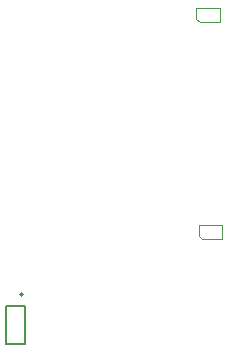
<source format=gbr>
G04 #@! TF.GenerationSoftware,KiCad,Pcbnew,5.1.7-a382d34a8~88~ubuntu18.04.1*
G04 #@! TF.CreationDate,2021-11-20T11:26:47+05:30*
G04 #@! TF.ProjectId,FrontEnd_switch_Normal_v1,46726f6e-7445-46e6-945f-737769746368,rev?*
G04 #@! TF.SameCoordinates,Original*
G04 #@! TF.FileFunction,Other,Fab,Bot*
%FSLAX46Y46*%
G04 Gerber Fmt 4.6, Leading zero omitted, Abs format (unit mm)*
G04 Created by KiCad (PCBNEW 5.1.7-a382d34a8~88~ubuntu18.04.1) date 2021-11-20 11:26:47*
%MOMM*%
%LPD*%
G01*
G04 APERTURE LIST*
%ADD10C,0.100000*%
%ADD11C,0.200000*%
%ADD12C,0.127000*%
G04 APERTURE END LIST*
D10*
X115770000Y-85989700D02*
X114070000Y-85989700D01*
X114070000Y-85989700D02*
X113770000Y-85689700D01*
X113770000Y-85689700D02*
X113770000Y-84789700D01*
X113770000Y-84789700D02*
X115770000Y-84789700D01*
X115770000Y-84789700D02*
X115770000Y-85989700D01*
X115955000Y-104354000D02*
X114255000Y-104354000D01*
X114255000Y-104354000D02*
X113955000Y-104054000D01*
X113955000Y-104054000D02*
X113955000Y-103154000D01*
X113955000Y-103154000D02*
X115955000Y-103154000D01*
X115955000Y-103154000D02*
X115955000Y-104354000D01*
D11*
X99063600Y-109019000D02*
G75*
G03*
X99063600Y-109019000I-100000J0D01*
G01*
D12*
X97658000Y-113195000D02*
X97658000Y-109995000D01*
X99258000Y-113195000D02*
X97658000Y-113195000D01*
X99258000Y-109995000D02*
X99258000Y-113195000D01*
X97658000Y-109995000D02*
X99258000Y-109995000D01*
M02*

</source>
